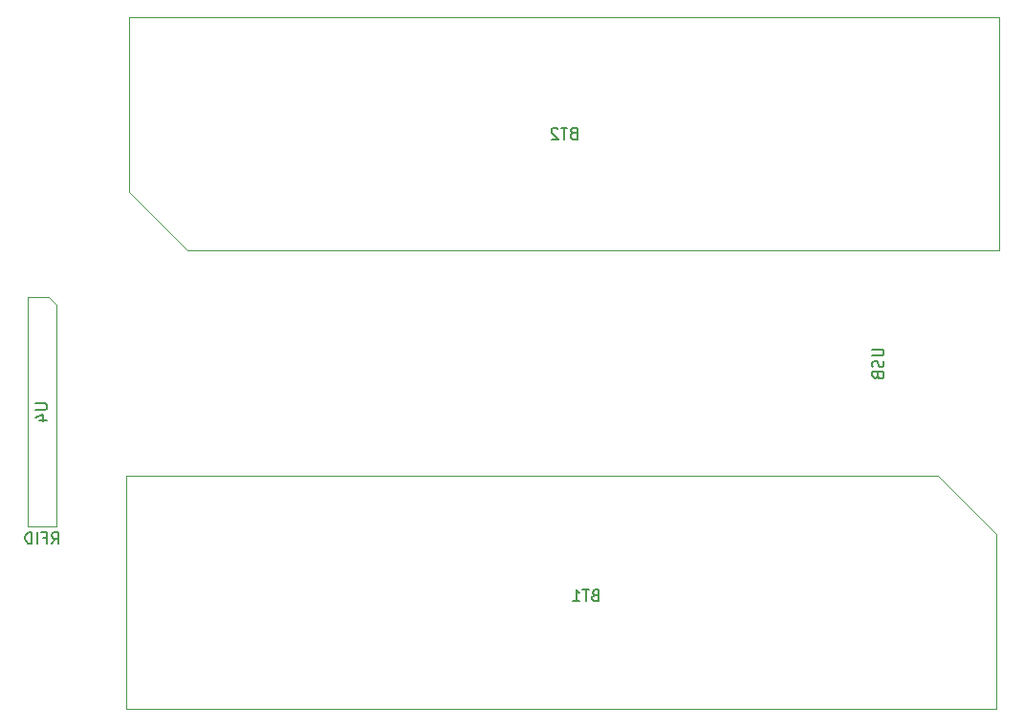
<source format=gbr>
G04 #@! TF.GenerationSoftware,KiCad,Pcbnew,(5.0.2)-1*
G04 #@! TF.CreationDate,2019-08-17T15:57:11+01:00*
G04 #@! TF.ProjectId,SoliCamb Rev 4 PCB,536f6c69-4361-46d6-9220-526576203420,rev?*
G04 #@! TF.SameCoordinates,Original*
G04 #@! TF.FileFunction,Other,Fab,Bot*
%FSLAX46Y46*%
G04 Gerber Fmt 4.6, Leading zero omitted, Abs format (unit mm)*
G04 Created by KiCad (PCBNEW (5.0.2)-1) date 8/17/2019 3:57:11 PM*
%MOMM*%
%LPD*%
G01*
G04 APERTURE LIST*
%ADD10C,0.100000*%
%ADD11C,0.150000*%
G04 APERTURE END LIST*
D10*
G04 #@! TO.C,BT2*
X149060000Y-95928000D02*
X149060000Y-75268000D01*
X77162500Y-95928000D02*
X149060000Y-95928000D01*
X72000000Y-90765500D02*
X72000000Y-75268000D01*
X72000000Y-75268000D02*
X149060000Y-75268000D01*
X77162500Y-95928000D02*
X72000000Y-90765500D01*
G04 #@! TO.C,BT1*
X143643500Y-115908000D02*
X148806000Y-121070500D01*
X148806000Y-136568000D02*
X71746000Y-136568000D01*
X148806000Y-121070500D02*
X148806000Y-136568000D01*
X143643500Y-115908000D02*
X71746000Y-115908000D01*
X71746000Y-115908000D02*
X71746000Y-136568000D01*
G04 #@! TO.C,U4*
X64897000Y-100076000D02*
X62992000Y-100076000D01*
X62992000Y-100076000D02*
X62992000Y-120396000D01*
X62992000Y-120396000D02*
X65532000Y-120396000D01*
X65532000Y-120396000D02*
X65532000Y-100711000D01*
X65532000Y-100711000D02*
X64897000Y-100076000D01*
G04 #@! TD*
G04 #@! TO.C,BT2*
D11*
X111315714Y-85526571D02*
X111172857Y-85574190D01*
X111125238Y-85621809D01*
X111077619Y-85717047D01*
X111077619Y-85859904D01*
X111125238Y-85955142D01*
X111172857Y-86002761D01*
X111268095Y-86050380D01*
X111649047Y-86050380D01*
X111649047Y-85050380D01*
X111315714Y-85050380D01*
X111220476Y-85098000D01*
X111172857Y-85145619D01*
X111125238Y-85240857D01*
X111125238Y-85336095D01*
X111172857Y-85431333D01*
X111220476Y-85478952D01*
X111315714Y-85526571D01*
X111649047Y-85526571D01*
X110791904Y-85050380D02*
X110220476Y-85050380D01*
X110506190Y-86050380D02*
X110506190Y-85050380D01*
X109934761Y-85145619D02*
X109887142Y-85098000D01*
X109791904Y-85050380D01*
X109553809Y-85050380D01*
X109458571Y-85098000D01*
X109410952Y-85145619D01*
X109363333Y-85240857D01*
X109363333Y-85336095D01*
X109410952Y-85478952D01*
X109982380Y-86050380D01*
X109363333Y-86050380D01*
G04 #@! TO.C,BT1*
X113235714Y-126478571D02*
X113092857Y-126526190D01*
X113045238Y-126573809D01*
X112997619Y-126669047D01*
X112997619Y-126811904D01*
X113045238Y-126907142D01*
X113092857Y-126954761D01*
X113188095Y-127002380D01*
X113569047Y-127002380D01*
X113569047Y-126002380D01*
X113235714Y-126002380D01*
X113140476Y-126050000D01*
X113092857Y-126097619D01*
X113045238Y-126192857D01*
X113045238Y-126288095D01*
X113092857Y-126383333D01*
X113140476Y-126430952D01*
X113235714Y-126478571D01*
X113569047Y-126478571D01*
X112711904Y-126002380D02*
X112140476Y-126002380D01*
X112426190Y-127002380D02*
X112426190Y-126002380D01*
X111283333Y-127002380D02*
X111854761Y-127002380D01*
X111569047Y-127002380D02*
X111569047Y-126002380D01*
X111664285Y-126145238D01*
X111759523Y-126240476D01*
X111854761Y-126288095D01*
G04 #@! TO.C,U4*
X65119142Y-121908380D02*
X65452476Y-121432190D01*
X65690571Y-121908380D02*
X65690571Y-120908380D01*
X65309619Y-120908380D01*
X65214380Y-120956000D01*
X65166761Y-121003619D01*
X65119142Y-121098857D01*
X65119142Y-121241714D01*
X65166761Y-121336952D01*
X65214380Y-121384571D01*
X65309619Y-121432190D01*
X65690571Y-121432190D01*
X64357238Y-121384571D02*
X64690571Y-121384571D01*
X64690571Y-121908380D02*
X64690571Y-120908380D01*
X64214380Y-120908380D01*
X63833428Y-121908380D02*
X63833428Y-120908380D01*
X63357238Y-121908380D02*
X63357238Y-120908380D01*
X63119142Y-120908380D01*
X62976285Y-120956000D01*
X62881047Y-121051238D01*
X62833428Y-121146476D01*
X62785809Y-121336952D01*
X62785809Y-121479809D01*
X62833428Y-121670285D01*
X62881047Y-121765523D01*
X62976285Y-121860761D01*
X63119142Y-121908380D01*
X63357238Y-121908380D01*
X63714380Y-109474095D02*
X64523904Y-109474095D01*
X64619142Y-109521714D01*
X64666761Y-109569333D01*
X64714380Y-109664571D01*
X64714380Y-109855047D01*
X64666761Y-109950285D01*
X64619142Y-109997904D01*
X64523904Y-110045523D01*
X63714380Y-110045523D01*
X64047714Y-110950285D02*
X64714380Y-110950285D01*
X63666761Y-110712190D02*
X64381047Y-110474095D01*
X64381047Y-111093142D01*
G04 #@! TO.C,U9*
X137807380Y-104688095D02*
X138616904Y-104688095D01*
X138712142Y-104735714D01*
X138759761Y-104783333D01*
X138807380Y-104878571D01*
X138807380Y-105069047D01*
X138759761Y-105164285D01*
X138712142Y-105211904D01*
X138616904Y-105259523D01*
X137807380Y-105259523D01*
X138759761Y-105688095D02*
X138807380Y-105830952D01*
X138807380Y-106069047D01*
X138759761Y-106164285D01*
X138712142Y-106211904D01*
X138616904Y-106259523D01*
X138521666Y-106259523D01*
X138426428Y-106211904D01*
X138378809Y-106164285D01*
X138331190Y-106069047D01*
X138283571Y-105878571D01*
X138235952Y-105783333D01*
X138188333Y-105735714D01*
X138093095Y-105688095D01*
X137997857Y-105688095D01*
X137902619Y-105735714D01*
X137855000Y-105783333D01*
X137807380Y-105878571D01*
X137807380Y-106116666D01*
X137855000Y-106259523D01*
X138283571Y-107021428D02*
X138331190Y-107164285D01*
X138378809Y-107211904D01*
X138474047Y-107259523D01*
X138616904Y-107259523D01*
X138712142Y-107211904D01*
X138759761Y-107164285D01*
X138807380Y-107069047D01*
X138807380Y-106688095D01*
X137807380Y-106688095D01*
X137807380Y-107021428D01*
X137855000Y-107116666D01*
X137902619Y-107164285D01*
X137997857Y-107211904D01*
X138093095Y-107211904D01*
X138188333Y-107164285D01*
X138235952Y-107116666D01*
X138283571Y-107021428D01*
X138283571Y-106688095D01*
G04 #@! TD*
M02*

</source>
